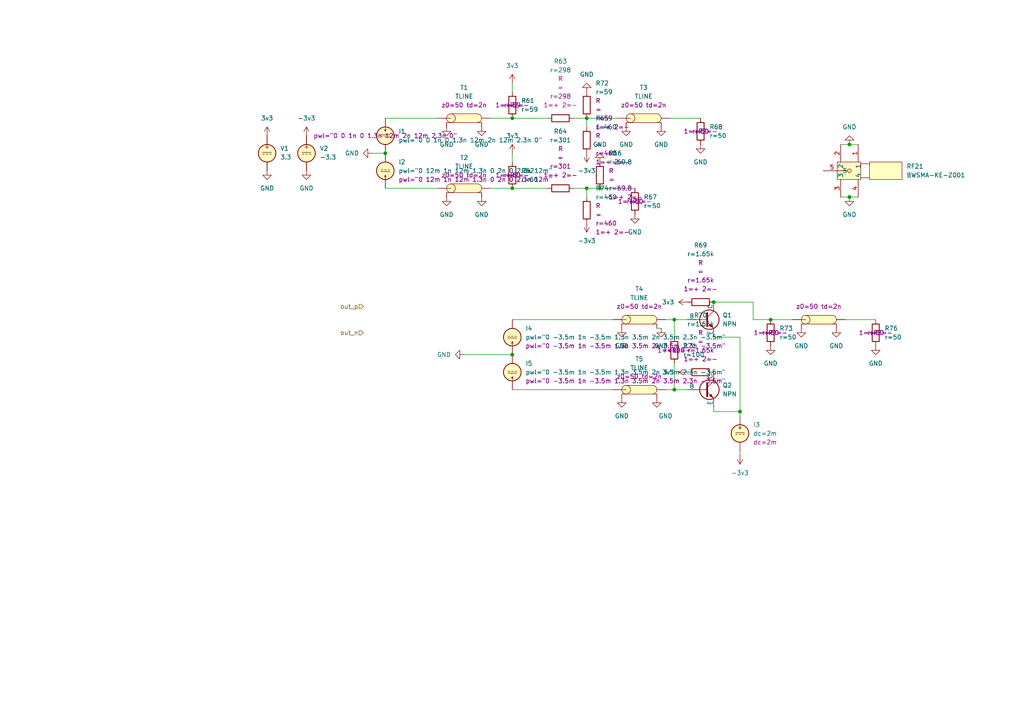
<source format=kicad_sch>
(kicad_sch (version 20250114) (generator "eeschema") (generator_version "9.0")
  (paper "A4")
  (lib_symbols
    (symbol "Device:R" (pin_numbers (hide yes)) (pin_names (offset 0))
      (property "Reference" "R" (at 2.032 0 90))
      (property "Value" "R" (at 0 0 90))
      (symbol "R_0_1"
        (rectangle (start -1.016 -2.54) (end 1.016 2.54) (stroke (width 0.254)))
      )
      (symbol "R_1_1"
        (pin passive line (at 0 3.81 270) (length 1.27) (name "~") (number "1"))
        (pin passive line (at 0 -3.81 90) (length 1.27) (name "~") (number "2"))
      )
    )
    (symbol "Simulation_SPICE:IDC" (pin_numbers (hide yes)) (pin_names (offset 0.0254))
      (property "Reference" "I" (at 2.54 2.54 0))
      (property "Value" "1" (at 2.54 0 0))
      (symbol "IDC_0_0"
        (polyline (pts (xy -1.27 0.254) (xy 1.27 0.254)))
        (polyline (pts (xy -0.762 -0.254) (xy -1.27 -0.254)))
        (polyline (pts (xy 0.254 -0.254) (xy -0.254 -0.254)))
        (polyline (pts (xy 1.27 -0.254) (xy 0.762 -0.254)))
      )
      (symbol "IDC_0_1"
        (polyline (pts (xy -0.254 1.778) (xy 0 1.27) (xy 0.254 1.778)))
        (polyline (pts (xy 0 1.27) (xy 0 2.286)))
        (circle (center 0 0) (radius 2.54) (stroke (width 0.254)) (fill (type background)))
      )
      (symbol "IDC_1_1"
        (pin passive line (at 0 5.08 270) (length 2.54) (name "~") (number "1"))
        (pin passive line (at 0 -5.08 90) (length 2.54) (name "~") (number "2"))
      )
    )
    (symbol "Simulation_SPICE:NPN" (pin_numbers (hide yes)) (pin_names (offset 0))
      (property "Reference" "Q" (at -2.54 7.62 0))
      (property "Value" "NPN" (at -2.54 5.08 0))
      (symbol "NPN_0_1"
        (polyline (pts (xy -2.54 0) (xy 0.635 0)) (stroke (width 0.1524)))
        (polyline (pts (xy 0.635 1.905) (xy 0.635 -1.905) (xy 0.635 -1.905)) (stroke (width 0.508)))
        (polyline (pts (xy 0.635 0.635) (xy 2.54 2.54)))
        (polyline (pts (xy 0.635 -0.635) (xy 2.54 -2.54) (xy 2.54 -2.54)))
        (circle (center 1.27 0) (radius 2.8194) (stroke (width 0.254)))
        (polyline (pts (xy 1.27 -1.778) (xy 1.778 -1.27) (xy 2.286 -2.286) (xy 1.27 -1.778) (xy 1.27 -1.778)) (fill (type outline)))
        (polyline (pts (xy 2.794 -1.27) (xy 2.794 -1.27)) (stroke (width 0.1524)))
        (polyline (pts (xy 2.794 -1.27) (xy 2.794 -1.27)) (stroke (width 0.1524)))
      )
      (symbol "NPN_1_1"
        (pin input line (at -5.08 0 0) (length 2.54) (name "B") (number "2"))
        (pin open_collector line (at 2.54 5.08 270) (length 2.54) (name "C") (number "1"))
        (pin open_emitter line (at 2.54 -5.08 90) (length 2.54) (name "E") (number "3"))
      )
    )
    (symbol "Simulation_SPICE:TLINE" (pin_numbers (hide yes)) (in_bom no) (on_board no)
      (property "Reference" "T" (at 0 7.62 0))
      (property "Value" "TLINE" (at 0 5.08 0))
      (property "Sim.Params" "z0=50 td=10n" (at 0 2.54 0))
      (symbol "TLINE_0_1"
        (polyline (pts (xy -5.08 -1.27) (xy 3.81 -1.27)))
        (rectangle (start -3.81 1.27) (end 3.81 -1.27) (stroke (width -0.0001)) (fill (type background)))
        (polyline (pts (xy -3.81 1.27) (xy 3.81 1.27)))
        (circle (center -3.81 0) (radius 1.27))
        (circle (center -3.81 0) (radius 1.27) (stroke (width -0.0001)) (fill (type background)))
        (polyline (pts (xy -3.81 0) (xy -5.08 0)))
        (circle (center 3.81 0) (radius 1.27) (stroke (width -0.0001)) (fill (type background)))
        (arc (start 3.8776 1.27) (mid 5.0818 0) (end 3.8776 -1.27))
        (polyline (pts (xy 5.08 -1.27) (xy 3.81 -1.27)))
      )
      (symbol "TLINE_1_1"
        (pin passive line (at -7.62 0 0) (length 2.54) (name "") (number "1"))
        (pin passive line (at -5.08 -2.54 90) (length 1.27) (name "") (number "2"))
        (pin passive line (at 5.08 -2.54 90) (length 1.27) (name "") (number "4"))
        (pin passive line (at 7.62 0 180) (length 2.54) (name "") (number "3"))
      )
    )
    (symbol "Simulation_SPICE:VDC" (pin_numbers (hide yes)) (pin_names (offset 0.0254))
      (property "Reference" "V" (at 2.54 2.54 0))
      (property "Value" "1" (at 2.54 0 0))
      (symbol "VDC_0_0"
        (polyline (pts (xy -1.27 0.254) (xy 1.27 0.254)))
        (polyline (pts (xy -0.762 -0.254) (xy -1.27 -0.254)))
        (polyline (pts (xy 0.254 -0.254) (xy -0.254 -0.254)))
        (polyline (pts (xy 1.27 -0.254) (xy 0.762 -0.254)))
        (text "+" (at 0 1.905 0) (effects (font (size 1.27 1.27))))
      )
      (symbol "VDC_0_1"
        (circle (center 0 0) (radius 2.54) (stroke (width 0.254)) (fill (type background)))
      )
      (symbol "VDC_1_1"
        (pin passive line (at 0 5.08 270) (length 2.54) (name "~") (number "1"))
        (pin passive line (at 0 -5.08 90) (length 2.54) (name "~") (number "2"))
      )
    )
    (symbol "easyeda2kicad:BWSMA-KE-Z001"
      (property "Reference" "RF" (at 0 12.7 0))
      (property "Value" "BWSMA-KE-Z001" (at 0 -12.7 0))
      (symbol "BWSMA-KE-Z001_0_1"
        (rectangle (start -12.7 2.54) (end -3.3 -2.54) (fill (type background)))
        (polyline (pts (xy -3.3 2.03) (xy -0.76 2.03)))
        (polyline (pts (xy -3.3 -2.03) (xy -0.76 -2.03)))
        (rectangle (start -0.76 2.54) (end 6.1 -2.54) (fill (type background)))
        (circle (center 2.54 0) (radius 0.51))
        (polyline (pts (xy 3.05 0) (xy 5.08 0)))
        (pin unspecified line (at 0 7.62 270) (length 5.08) (name "1") (number "1"))
        (pin unspecified line (at 0 -7.62 90) (length 5.08) (name "4") (number "4"))
        (pin unspecified line (at 5.08 7.62 270) (length 5.08) (name "2") (number "2"))
        (pin unspecified line (at 5.08 -7.62 90) (length 5.08) (name "3") (number "3"))
        (pin unspecified line (at 10.16 0 180) (length 5.08) (name "5") (number "5"))
      )
    )
    (symbol "power:GND" (power) (pin_numbers (hide yes)) (pin_names (offset 0) (hide yes))
      (property "Value" "GND" (at 0 -3.81 0))
      (symbol "GND_0_1"
        (polyline (pts (xy 0 0) (xy 0 -1.27) (xy 1.27 -1.27) (xy 0 -2.54) (xy -1.27 -1.27) (xy 0 -1.27)))
      )
      (symbol "GND_1_1"
        (pin power_in line (at 0 0 270) (length 0) (name "~") (number "1"))
      )
    )
    (symbol "power:VDC" (power) (pin_numbers (hide yes)) (pin_names (offset 0) (hide yes))
      (property "Value" "VDC" (at 0 3.556 0))
      (symbol "VDC_0_1"
        (polyline (pts (xy -0.762 1.27) (xy 0 2.54)))
        (polyline (pts (xy 0 2.54) (xy 0.762 1.27)))
        (polyline (pts (xy 0 0) (xy 0 2.54)))
      )
      (symbol "VDC_1_1"
        (pin power_in line (at 0 0 90) (length 0) (name "~") (number "1"))
      )
    )
  )
  (junction (at 148.59 54.61))
  (junction (at 195.58 92.71))
  (junction (at 111.76 44.45))
  (junction (at 170.18 34.29))
  (junction (at 148.59 102.87))
  (junction (at 173.99 54.61))
  (junction (at 214.63 119.38))
  (junction (at 223.52 92.71))
  (junction (at 195.58 113.03))
  (junction (at 207.01 87.63))
  (junction (at 170.18 54.61))
  (junction (at 246.38 41.91))
  (junction (at 148.59 34.29))
  (junction (at 246.38 57.15))
  (wire (pts (xy 195.58 97.79) (xy 195.58 92.71)))
  (wire (pts (xy 246.38 57.15) (xy 243.84 57.15)))
  (wire (pts (xy 193.04 113.03) (xy 195.58 113.03)))
  (wire (pts (xy 191.77 95.25) (xy 190.5 95.25)))
  (wire (pts (xy 207.01 97.79) (xy 214.63 97.79)))
  (wire (pts (xy 111.76 54.61) (xy 127 54.61)))
  (wire (pts (xy 229.87 92.71) (xy 223.52 92.71)))
  (wire (pts (xy 148.59 44.45) (xy 148.59 46.99)))
  (wire (pts (xy 223.52 92.71) (xy 218.44 92.71)))
  (wire (pts (xy 218.44 87.63) (xy 207.01 87.63)))
  (wire (pts (xy 195.58 105.41) (xy 195.58 113.03)))
  (wire (pts (xy 214.63 97.79) (xy 214.63 119.38)))
  (wire (pts (xy 248.92 57.15) (xy 246.38 57.15)))
  (wire (pts (xy 195.58 92.71) (xy 199.39 92.71)))
  (wire (pts (xy 214.63 130.81) (xy 214.63 132.08)))
  (wire (pts (xy 158.75 54.61) (xy 148.59 54.61)))
  (wire (pts (xy 166.37 54.61) (xy 170.18 54.61)))
  (wire (pts (xy 158.75 34.29) (xy 148.59 34.29)))
  (wire (pts (xy 246.38 41.91) (xy 248.92 41.91)))
  (wire (pts (xy 166.37 34.29) (xy 170.18 34.29)))
  (wire (pts (xy 245.11 92.71) (xy 254 92.71)))
  (wire (pts (xy 207.01 119.38) (xy 207.01 118.11)))
  (wire (pts (xy 243.84 41.91) (xy 246.38 41.91)))
  (wire (pts (xy 142.24 54.61) (xy 148.59 54.61)))
  (wire (pts (xy 214.63 120.65) (xy 214.63 119.38)))
  (wire (pts (xy 111.76 34.29) (xy 127 34.29)))
  (wire (pts (xy 134.62 102.87) (xy 148.59 102.87)))
  (wire (pts (xy 218.44 92.71) (xy 218.44 87.63)))
  (wire (pts (xy 148.59 24.13) (xy 148.59 26.67)))
  (wire (pts (xy 148.59 92.71) (xy 177.8 92.71)))
  (wire (pts (xy 170.18 34.29) (xy 179.07 34.29)))
  (wire (pts (xy 207.01 119.38) (xy 214.63 119.38)))
  (wire (pts (xy 142.24 34.29) (xy 148.59 34.29)))
  (wire (pts (xy 148.59 113.03) (xy 177.8 113.03)))
  (wire (pts (xy 170.18 34.29) (xy 170.18 36.83)))
  (wire (pts (xy 173.99 54.61) (xy 184.15 54.61)))
  (wire (pts (xy 170.18 54.61) (xy 170.18 57.15)))
  (wire (pts (xy 193.04 92.71) (xy 195.58 92.71)))
  (wire (pts (xy 107.95 44.45) (xy 111.76 44.45)))
  (wire (pts (xy 194.31 34.29) (xy 203.2 34.29)))
  (wire (pts (xy 195.58 113.03) (xy 199.39 113.03)))
  (wire (pts (xy 173.99 54.61) (xy 170.18 54.61)))
  (hierarchical_label "out_p" (shape input) (at 105.41 88.9 180))
  (hierarchical_label "out_n" (shape input) (at 105.41 96.52 180))
  (symbol (lib_id "power:GND") (at 254 100.33 0) (unit 1) (exclude_from_sim yes)
    (property "Reference" "#PWR0162" (effects (hide yes)))
    (property "Value" "GND" (at 254 105.41 0))
    (property "Description" "Power symbol creates a global label with name \"GND\" , ground" (effects (hide yes)))
  )
  (symbol (lib_id "Device:R") (at 173.99 50.8 180) (unit 1)
    (property "Reference" "R66" (at 176.53 44.4499 0) (effects (justify right)))
    (property "Value" "${SIM.PARAMS}" (at 176.53 46.9899 0) (effects (justify right)))
    (property "Description" "Resistor" (effects (hide yes)))
    (property "Sim.Device" "R" (at 176.53 49.5299 0) (effects (justify right)))
    (property "Sim.Type" "=" (at 176.53 52.0699 0) (effects (justify right)))
    (property "Sim.Params" "r=69.8" (at 176.53 54.6099 0) (effects (justify right)))
    (property "Sim.Pins" "1=+ 2=-" (at 176.53 57.1499 0) (effects (justify right)))
  )
  (symbol (lib_id "power:GND") (at 129.54 57.15 0) (unit 1)
    (property "Reference" "#PWR0137" (effects (hide yes)))
    (property "Value" "GND" (at 129.54 62.23 0))
    (property "Description" "Power symbol creates a global label with name \"GND\" , ground" (effects (hide yes)))
  )
  (symbol (lib_id "power:GND") (at 191.77 95.25 0) (unit 1) (exclude_from_sim yes)
    (property "Reference" "#PWR0153" (effects (hide yes)))
    (property "Value" "GND" (at 191.77 100.33 0))
    (property "Description" "Power symbol creates a global label with name \"GND\" , ground" (effects (hide yes)))
  )
  (symbol (lib_id "power:VDC") (at 77.47 39.37 0) (unit 1)
    (property "Reference" "#PWR0131" (effects (hide yes)))
    (property "Value" "3v3" (at 77.47 34.29 0))
    (property "Description" "Power symbol creates a global label with name \"VDC\"" (effects (hide yes)))
  )
  (symbol (lib_id "power:VDC") (at 199.39 107.95 90) (unit 1) (exclude_from_sim yes)
    (property "Reference" "#PWR0156" (effects (hide yes)))
    (property "Value" "3v3" (at 195.58 107.9499 90) (effects (justify left)))
    (property "Description" "Power symbol creates a global label with name \"VDC\"" (effects (hide yes)))
  )
  (symbol (lib_id "Simulation_SPICE:VDC") (at 88.9 44.45 0) (unit 1)
    (property "Reference" "V2" (at 92.71 43.0501 0) (effects (justify left)))
    (property "Value" "-3.3" (at 92.71 45.5901 0) (effects (justify left)))
    (property "Datasheet" "https://ngspice.sourceforge.io/docs/ngspice-html-manual/manual.xhtml#sec_Independent_Sources_for" (effects (hide yes)))
    (property "Description" "Voltage source, DC" (effects (hide yes)))
    (property "Sim.Pins" "1=+ 2=-" (effects (hide yes)))
    (property "Sim.Type" "DC" (effects (hide yes)))
    (property "Sim.Device" "V" (effects (hide yes)))
  )
  (symbol (lib_id "power:GND") (at 129.54 36.83 0) (unit 1)
    (property "Reference" "#PWR0136" (effects (hide yes)))
    (property "Value" "GND" (at 129.54 41.91 0))
    (property "Description" "Power symbol creates a global label with name \"GND\" , ground" (effects (hide yes)))
  )
  (symbol (lib_id "Device:R") (at 223.52 96.52 0) (unit 1) (exclude_from_sim yes)
    (property "Reference" "R73" (at 226.06 95.2499 0) (effects (justify left)))
    (property "Value" "${SIM.PARAMS}" (at 226.06 97.7899 0) (effects (justify left)))
    (property "Description" "Resistor" (effects (hide yes)))
    (property "Sim.Device" "R" (at 223.52 96.52 0))
    (property "Sim.Type" "=" (at 223.52 96.52 0))
    (property "Sim.Params" "r=50" (at 223.52 96.52 0))
    (property "Sim.Pins" "1=+ 2=-" (at 223.52 96.52 0))
  )
  (symbol (lib_id "power:VDC") (at 199.39 87.63 90) (unit 1) (exclude_from_sim yes)
    (property "Reference" "#PWR0155" (effects (hide yes)))
    (property "Value" "3v3" (at 195.58 87.6299 90) (effects (justify left)))
    (property "Description" "Power symbol creates a global label with name \"VDC\"" (effects (hide yes)))
  )
  (symbol (lib_id "power:VDC") (at 148.59 44.45 0) (unit 1)
    (property "Reference" "#PWR0141" (effects (hide yes)))
    (property "Value" "3v3" (at 148.59 39.37 0))
    (property "Description" "Power symbol creates a global label with name \"VDC\"" (effects (hide yes)))
  )
  (symbol (lib_id "power:VDC") (at 148.59 24.13 0) (unit 1)
    (property "Reference" "#PWR0140" (effects (hide yes)))
    (property "Value" "3v3" (at 148.59 19.05 0))
    (property "Description" "Power symbol creates a global label with name \"VDC\"" (effects (hide yes)))
  )
  (symbol (lib_id "power:GND") (at 184.15 62.23 0) (unit 1)
    (property "Reference" "#PWR0145" (effects (hide yes)))
    (property "Value" "GND" (at 184.15 67.31 0))
    (property "Description" "Power symbol creates a global label with name \"GND\" , ground" (effects (hide yes)))
  )
  (symbol (lib_id "power:GND") (at 88.9 49.53 0) (unit 1)
    (property "Reference" "#PWR0134" (effects (hide yes)))
    (property "Value" "GND" (at 88.9 54.61 0))
    (property "Description" "Power symbol creates a global label with name \"GND\" , ground" (effects (hide yes)))
  )
  (symbol (lib_id "easyeda2kicad:BWSMA-KE-Z001") (at 248.92 49.53 0) (mirror y) (unit 1) (exclude_from_sim yes)
    (property "Reference" "RF21" (at 262.89 48.2599 0) (effects (justify right)))
    (property "Value" "BWSMA-KE-Z001" (at 262.89 50.7999 0) (effects (justify right)))
    (property "Footprint" "easyeda2kicad:SMA-TH_BWSMA-KE-Z001" (effects (hide yes)))
    (property "Datasheet" "https://lcsc.com/product-detail/New-Arrivals_BAT-WIRELESS-BWSMA-KE-Z001_C496549.html" (effects (hide yes)))
    (property "LCSC Part" "C496549" (effects (hide yes)))
  )
  (symbol (lib_id "power:GND") (at 173.99 46.99 180) (unit 1)
    (property "Reference" "#PWR0160" (effects (hide yes)))
    (property "Value" "GND" (at 173.99 41.91 0))
    (property "Description" "Power symbol creates a global label with name \"GND\" , ground" (effects (hide yes)))
  )
  (symbol (lib_id "power:GND") (at 242.57 95.25 0) (unit 1) (exclude_from_sim yes)
    (property "Reference" "#PWR0161" (effects (hide yes)))
    (property "Value" "GND" (at 242.57 100.33 0))
    (property "Description" "Power symbol creates a global label with name \"GND\" , ground" (effects (hide yes)))
  )
  (symbol (lib_id "Device:R") (at 148.59 50.8 0) (unit 1)
    (property "Reference" "R62" (at 151.13 49.5299 0) (effects (justify left)))
    (property "Value" "${SIM.PARAMS}" (at 151.13 52.0699 0) (effects (justify left)))
    (property "Description" "Resistor" (effects (hide yes)))
    (property "Sim.Device" "R" (at 148.59 50.8 0))
    (property "Sim.Type" "=" (at 148.59 50.8 0))
    (property "Sim.Params" "r=60" (at 148.59 50.8 0))
    (property "Sim.Pins" "1=+ 2=-" (at 148.59 50.8 0))
  )
  (symbol (lib_id "Device:R") (at 195.58 101.6 0) (unit 1) (exclude_from_sim yes)
    (property "Reference" "R71" (at 198.12 100.3299 0) (effects (justify left)))
    (property "Value" "${SIM.PARAMS}" (at 198.12 102.8699 0) (effects (justify left)))
    (property "Description" "Resistor" (effects (hide yes)))
    (property "Sim.Device" "R" (at 195.58 101.6 0))
    (property "Sim.Type" "=" (at 195.58 101.6 0))
    (property "Sim.Params" "r=100" (at 195.58 101.6 0))
    (property "Sim.Pins" "1=+ 2=-" (at 195.58 101.6 0))
  )
  (symbol (lib_id "Device:R") (at 203.2 38.1 0) (unit 1)
    (property "Reference" "R68" (at 205.74 36.8299 0) (effects (justify left)))
    (property "Value" "${SIM.PARAMS}" (at 205.74 39.3699 0) (effects (justify left)))
    (property "Description" "Resistor" (effects (hide yes)))
    (property "Sim.Device" "R" (at 203.2 38.1 0))
    (property "Sim.Type" "=" (at 203.2 38.1 0))
    (property "Sim.Params" "r=50" (at 203.2 38.1 0))
    (property "Sim.Pins" "1=+ 2=-" (at 203.2 38.1 0))
  )
  (symbol (lib_id "power:VDC") (at 214.63 132.08 180) (unit 1) (exclude_from_sim yes)
    (property "Reference" "#PWR0158" (effects (hide yes)))
    (property "Value" "-3v3" (at 214.63 137.16 0))
    (property "Description" "Power symbol creates a global label with name \"VDC\"" (effects (hide yes)))
  )
  (symbol (lib_id "Simulation_SPICE:TLINE") (at 185.42 92.71 0) (unit 1) (exclude_from_sim yes) (in_bom no) (on_board no)
    (property "Reference" "T4" (at 185.4209 83.82 0))
    (property "Value" "TLINE" (at 185.4209 86.36 0))
    (property "Datasheet" "https://ngspice.sourceforge.io/docs/ngspice-html-manual/manual.xhtml#sec_Lossless_Transmission_Lines" (effects (hide yes)))
    (property "Description" "Lossless transmission line, for simulation only" (effects (hide yes)))
    (property "Sim.Device" "TLINE" (effects (hide yes)))
    (property "Sim.Pins" "1=1+ 2=1- 3=2+ 4=2-" (effects (hide yes)))
    (property "Sim.Params" "z0=50 td=2n" (at 185.4209 88.9 0))
  )
  (symbol (lib_id "power:GND") (at 181.61 36.83 0) (unit 1)
    (property "Reference" "#PWR0144" (effects (hide yes)))
    (property "Value" "GND" (at 181.61 41.91 0))
    (property "Description" "Power symbol creates a global label with name \"GND\" , ground" (effects (hide yes)))
  )
  (symbol (lib_id "Simulation_SPICE:TLINE") (at 134.62 34.29 0) (unit 1) (in_bom no) (on_board no)
    (property "Reference" "T1" (at 134.6209 25.4 0))
    (property "Value" "TLINE" (at 134.6209 27.94 0))
    (property "Datasheet" "https://ngspice.sourceforge.io/docs/ngspice-html-manual/manual.xhtml#sec_Lossless_Transmission_Lines" (effects (hide yes)))
    (property "Description" "Lossless transmission line, for simulation only" (effects (hide yes)))
    (property "Sim.Device" "TLINE" (effects (hide yes)))
    (property "Sim.Pins" "1=1+ 2=1- 3=2+ 4=2-" (effects (hide yes)))
    (property "Sim.Params" "z0=50 td=2n" (at 134.6209 30.48 0))
  )
  (symbol (lib_id "power:GND") (at 77.47 49.53 0) (unit 1)
    (property "Reference" "#PWR0132" (effects (hide yes)))
    (property "Value" "GND" (at 77.47 54.61 0))
    (property "Description" "Power symbol creates a global label with name \"GND\" , ground" (effects (hide yes)))
  )
  (symbol (lib_id "Device:R") (at 184.15 58.42 0) (unit 1)
    (property "Reference" "R67" (at 186.69 57.1499 0) (effects (justify left)))
    (property "Value" "${SIM.PARAMS}" (at 186.69 59.6899 0) (effects (justify left)))
    (property "Description" "Resistor" (effects (hide yes)))
    (property "Sim.Device" "R" (at 184.15 58.42 0))
    (property "Sim.Type" "=" (at 184.15 58.42 0))
    (property "Sim.Params" "r=50" (at 184.15 58.42 0))
    (property "Sim.Pins" "1=+ 2=-" (at 184.15 58.42 0))
  )
  (symbol (lib_id "Simulation_SPICE:IDC") (at 111.76 49.53 180) (unit 1)
    (property "Reference" "I2" (at 115.57 46.9899 0) (effects (justify right)))
    (property "Value" "${SIM.PARAMS}" (at 115.57 49.5299 0) (effects (justify right)))
    (property "Datasheet" "https://ngspice.sourceforge.io/docs/ngspice-html-manual/manual.xhtml#sec_Independent_Sources_for" (effects (hide yes)))
    (property "Description" "Current source, DC" (effects (hide yes)))
    (property "Sim.Pins" "1=+ 2=-" (effects (hide yes)))
    (property "Sim.Type" "PWL" (effects (hide yes)))
    (property "Sim.Device" "I" (effects (hide yes)))
    (property "Sim.Params" "pwl=\"0 12m 1n 12m 1.3n 0 2n 0 2.3n 12m\"" (at 115.57 52.0699 0) (effects (justify right)))
  )
  (symbol (lib_id "Simulation_SPICE:IDC") (at 148.59 97.79 180) (unit 1) (exclude_from_sim yes)
    (property "Reference" "I4" (at 152.4 95.2499 0) (effects (justify right)))
    (property "Value" "${SIM.PARAMS}" (at 152.4 97.7899 0) (effects (justify right)))
    (property "Datasheet" "https://ngspice.sourceforge.io/docs/ngspice-html-manual/manual.xhtml#sec_Independent_Sources_for" (effects (hide yes)))
    (property "Description" "Current source, DC" (effects (hide yes)))
    (property "Sim.Pins" "1=+ 2=-" (effects (hide yes)))
    (property "Sim.Type" "PWL" (effects (hide yes)))
    (property "Sim.Device" "I" (effects (hide yes)))
    (property "Sim.Params" "pwl=\"0 -3.5m 1n -3.5m 1.3n 3.5m 2n 3.5m 2.3n -3.5m\"" (at 152.4 100.3299 0) (effects (justify right)))
  )
  (symbol (lib_id "power:GND") (at 232.41 95.25 0) (unit 1) (exclude_from_sim yes)
    (property "Reference" "#PWR0157" (effects (hide yes)))
    (property "Value" "GND" (at 232.41 100.33 0))
    (property "Description" "Power symbol creates a global label with name \"GND\" , ground" (effects (hide yes)))
  )
  (symbol (lib_id "Device:R") (at 203.2 87.63 270) (unit 1) (exclude_from_sim yes)
    (property "Reference" "R69" (at 203.2 71.12 90))
    (property "Value" "${SIM.PARAMS}" (at 203.2 73.66 90))
    (property "Description" "Resistor" (effects (hide yes)))
    (property "Sim.Device" "R" (at 203.2 76.2 90))
    (property "Sim.Type" "=" (at 203.2 78.74 90))
    (property "Sim.Params" "r=1.65k" (at 203.2 81.28 90))
    (property "Sim.Pins" "1=+ 2=-" (at 203.2 83.82 90))
  )
  (symbol (lib_id "Simulation_SPICE:NPN") (at 204.47 113.03 0) (unit 1) (exclude_from_sim yes)
    (property "Reference" "Q2" (at 209.55 111.7599 0) (effects (justify left)))
    (property "Value" "NPN" (at 209.55 114.2999 0) (effects (justify left)))
    (property "Datasheet" "https://ngspice.sourceforge.io/docs/ngspice-html-manual/manual.xhtml#cha_BJTs" (effects (hide yes)))
    (property "Description" "Bipolar transistor symbol for simulation only, substrate tied to the emitter" (effects (hide yes)))
    (property "Sim.Device" "SUBCKT" (effects (hide yes)))
    (property "Sim.Pins" "1=1 2=2 3=3" (effects (hide yes)))
    (property "Sim.Library" "/home/zoomingguy2/Downloads/infineon-rftransistor-spice.lib-simulationmodels-en.lib" (effects (hide yes)))
    (property "Sim.Name" "BFP740" (effects (hide yes)))
  )
  (symbol (lib_id "Simulation_SPICE:VDC") (at 77.47 44.45 0) (unit 1)
    (property "Reference" "V1" (at 81.28 43.0501 0) (effects (justify left)))
    (property "Value" "3.3" (at 81.28 45.5901 0) (effects (justify left)))
    (property "Datasheet" "https://ngspice.sourceforge.io/docs/ngspice-html-manual/manual.xhtml#sec_Independent_Sources_for" (effects (hide yes)))
    (property "Description" "Voltage source, DC" (effects (hide yes)))
    (property "Sim.Pins" "1=+ 2=-" (effects (hide yes)))
    (property "Sim.Type" "DC" (effects (hide yes)))
    (property "Sim.Device" "V" (effects (hide yes)))
  )
  (symbol (lib_id "power:VDC") (at 88.9 39.37 0) (unit 1)
    (property "Reference" "#PWR0133" (effects (hide yes)))
    (property "Value" "-3v3" (at 88.9 34.29 0))
    (property "Description" "Power symbol creates a global label with name \"VDC\"" (effects (hide yes)))
  )
  (symbol (lib_id "Device:R") (at 170.18 60.96 180) (unit 1)
    (property "Reference" "R74" (at 172.72 54.6099 0) (effects (justify right)))
    (property "Value" "${SIM.PARAMS}" (at 172.72 57.1499 0) (effects (justify right)))
    (property "Description" "Resistor" (effects (hide yes)))
    (property "Sim.Device" "R" (at 172.72 59.6899 0) (effects (justify right)))
    (property "Sim.Type" "=" (at 172.72 62.2299 0) (effects (justify right)))
    (property "Sim.Params" "r=460" (at 172.72 64.7699 0) (effects (justify right)))
    (property "Sim.Pins" "1=+ 2=-" (at 172.72 67.3099 0) (effects (justify right)))
  )
  (symbol (lib_id "power:VDC") (at 170.18 64.77 180) (unit 1)
    (property "Reference" "#PWR0143" (effects (hide yes)))
    (property "Value" "-3v3" (at 170.18 69.85 0))
    (property "Description" "Power symbol creates a global label with name \"VDC\"" (effects (hide yes)))
  )
  (symbol (lib_id "Device:R") (at 170.18 40.64 180) (unit 1)
    (property "Reference" "R65" (at 172.72 34.2899 0) (effects (justify right)))
    (property "Value" "${SIM.PARAMS}" (at 172.72 36.8299 0) (effects (justify right)))
    (property "Description" "Resistor" (effects (hide yes)))
    (property "Sim.Device" "R" (at 172.72 39.3699 0) (effects (justify right)))
    (property "Sim.Type" "=" (at 172.72 41.9099 0) (effects (justify right)))
    (property "Sim.Params" "r=460" (at 172.72 44.4499 0) (effects (justify right)))
    (property "Sim.Pins" "1=+ 2=-" (at 172.72 46.9899 0) (effects (justify right)))
  )
  (symbol (lib_id "Simulation_SPICE:IDC") (at 214.63 125.73 0) (unit 1) (exclude_from_sim yes)
    (property "Reference" "I3" (at 218.44 123.1899 0) (effects (justify left)))
    (property "Value" "${SIM.PARAMS}" (at 218.44 125.7299 0) (effects (justify left)))
    (property "Datasheet" "https://ngspice.sourceforge.io/docs/ngspice-html-manual/manual.xhtml#sec_Independent_Sources_for" (effects (hide yes)))
    (property "Description" "Current source, DC" (effects (hide yes)))
    (property "Sim.Pins" "1=+ 2=-" (effects (hide yes)))
    (property "Sim.Type" "DC" (effects (hide yes)))
    (property "Sim.Device" "I" (effects (hide yes)))
    (property "Sim.Params" "dc=2m" (at 218.44 128.2699 0) (effects (justify left)))
  )
  (symbol (lib_id "Simulation_SPICE:NPN") (at 204.47 92.71 0) (unit 1) (exclude_from_sim yes)
    (property "Reference" "Q1" (at 209.55 91.4399 0) (effects (justify left)))
    (property "Value" "NPN" (at 209.55 93.9799 0) (effects (justify left)))
    (property "Datasheet" "https://ngspice.sourceforge.io/docs/ngspice-html-manual/manual.xhtml#cha_BJTs" (effects (hide yes)))
    (property "Description" "Bipolar transistor symbol for simulation only, substrate tied to the emitter" (effects (hide yes)))
    (property "Sim.Device" "SUBCKT" (effects (hide yes)))
    (property "Sim.Pins" "1=1 2=2 3=3" (effects (hide yes)))
    (property "Sim.Library" "/home/zoomingguy2/Downloads/infineon-rftransistor-spice.lib-simulationmodels-en.lib" (effects (hide yes)))
    (property "Sim.Name" "BFP740" (effects (hide yes)))
  )
  (symbol (lib_id "power:GND") (at 107.95 44.45 270) (unit 1)
    (property "Reference" "#PWR0135" (effects (hide yes)))
    (property "Value" "GND" (at 104.14 44.4499 90) (effects (justify right)))
    (property "Description" "Power symbol creates a global label with name \"GND\" , ground" (effects (hide yes)))
  )
  (symbol (lib_id "Device:R") (at 254 96.52 0) (unit 1) (exclude_from_sim yes)
    (property "Reference" "R76" (at 256.54 95.2499 0) (effects (justify left)))
    (property "Value" "${SIM.PARAMS}" (at 256.54 97.7899 0) (effects (justify left)))
    (property "Description" "Resistor" (effects (hide yes)))
    (property "Sim.Device" "R" (at 254 96.52 0))
    (property "Sim.Type" "=" (at 254 96.52 0))
    (property "Sim.Params" "r=50" (at 254 96.52 0))
    (property "Sim.Pins" "1=+ 2=-" (at 254 96.52 0))
  )
  (symbol (lib_id "power:VDC") (at 170.18 44.45 180) (unit 1)
    (property "Reference" "#PWR0142" (effects (hide yes)))
    (property "Value" "-3v3" (at 170.18 49.53 0))
    (property "Description" "Power symbol creates a global label with name \"VDC\"" (effects (hide yes)))
  )
  (symbol (lib_id "power:GND") (at 170.18 26.67 180) (unit 1)
    (property "Reference" "#PWR0159" (effects (hide yes)))
    (property "Value" "GND" (at 170.18 21.59 0))
    (property "Description" "Power symbol creates a global label with name \"GND\" , ground" (effects (hide yes)))
  )
  (symbol (lib_id "Device:R") (at 148.59 30.48 0) (unit 1)
    (property "Reference" "R61" (at 151.13 29.2099 0) (effects (justify left)))
    (property "Value" "${SIM.PARAMS}" (at 151.13 31.7499 0) (effects (justify left)))
    (property "Description" "Resistor" (effects (hide yes)))
    (property "Sim.Device" "R" (at 148.59 30.48 0))
    (property "Sim.Type" "=" (at 148.59 30.48 0))
    (property "Sim.Params" "r=59" (at 148.59 30.48 0))
    (property "Sim.Pins" "1=+ 2=-" (at 148.59 30.48 0))
  )
  (symbol (lib_id "power:GND") (at 139.7 36.83 0) (unit 1)
    (property "Reference" "#PWR0138" (effects (hide yes)))
    (property "Value" "GND" (at 139.7 41.91 0))
    (property "Description" "Power symbol creates a global label with name \"GND\" , ground" (effects (hide yes)))
  )
  (symbol (lib_id "Device:R") (at 203.2 107.95 270) (unit 1) (exclude_from_sim yes)
    (property "Reference" "R70" (at 203.2 91.44 90))
    (property "Value" "${SIM.PARAMS}" (at 203.2 93.98 90))
    (property "Description" "Resistor" (effects (hide yes)))
    (property "Sim.Device" "R" (at 203.2 96.52 90))
    (property "Sim.Type" "=" (at 203.2 99.06 90))
    (property "Sim.Params" "r=1.65k" (at 203.2 101.6 90))
    (property "Sim.Pins" "1=+ 2=-" (at 203.2 104.14 90))
  )
  (symbol (lib_id "power:GND") (at 190.5 115.57 0) (unit 1) (exclude_from_sim yes)
    (property "Reference" "#PWR0154" (effects (hide yes)))
    (property "Value" "GND" (at 193.04 120.65 0))
    (property "Description" "Power symbol creates a global label with name \"GND\" , ground" (effects (hide yes)))
  )
  (symbol (lib_id "power:GND") (at 191.77 36.83 0) (unit 1)
    (property "Reference" "#PWR0148" (effects (hide yes)))
    (property "Value" "GND" (at 191.77 41.91 0))
    (property "Description" "Power symbol creates a global label with name \"GND\" , ground" (effects (hide yes)))
  )
  (symbol (lib_id "power:GND") (at 180.34 95.25 0) (unit 1) (exclude_from_sim yes)
    (property "Reference" "#PWR0151" (effects (hide yes)))
    (property "Value" "GND" (at 180.34 100.33 0))
    (property "Description" "Power symbol creates a global label with name \"GND\" , ground" (effects (hide yes)))
  )
  (symbol (lib_id "Device:R") (at 162.56 54.61 90) (unit 1)
    (property "Reference" "R64" (at 162.56 38.1 90))
    (property "Value" "${SIM.PARAMS}" (at 162.56 40.64 90))
    (property "Description" "Resistor" (effects (hide yes)))
    (property "Sim.Device" "R" (at 162.56 43.18 90))
    (property "Sim.Type" "=" (at 162.56 45.72 90))
    (property "Sim.Params" "r=301" (at 162.56 48.26 90))
    (property "Sim.Pins" "1=+ 2=-" (at 162.56 50.8 90))
  )
  (symbol (lib_id "Simulation_SPICE:TLINE") (at 237.49 92.71 0) (unit 1) (exclude_from_sim yes) (in_bom no) (on_board no)
    (property "Reference" "T6" (effects (hide yes)))
    (property "Value" "TLINE" (effects (hide yes)))
    (property "Datasheet" "https://ngspice.sourceforge.io/docs/ngspice-html-manual/manual.xhtml#sec_Lossless_Transmission_Lines" (effects (hide yes)))
    (property "Description" "Lossless transmission line, for simulation only" (effects (hide yes)))
    (property "Sim.Device" "TLINE" (effects (hide yes)))
    (property "Sim.Pins" "1=1+ 2=1- 3=2+ 4=2-" (effects (hide yes)))
    (property "Sim.Params" "z0=50 td=2n" (at 237.4909 88.9 0))
  )
  (symbol (lib_id "Simulation_SPICE:TLINE") (at 134.62 54.61 0) (unit 1) (in_bom no) (on_board no)
    (property "Reference" "T2" (at 134.6209 45.72 0))
    (property "Value" "TLINE" (at 134.6209 48.26 0))
    (property "Datasheet" "https://ngspice.sourceforge.io/docs/ngspice-html-manual/manual.xhtml#sec_Lossless_Transmission_Lines" (effects (hide yes)))
    (property "Description" "Lossless transmission line, for simulation only" (effects (hide yes)))
    (property "Sim.Device" "TLINE" (effects (hide yes)))
    (property "Sim.Pins" "1=1+ 2=1- 3=2+ 4=2-" (effects (hide yes)))
    (property "Sim.Params" "z0=50 td=2n" (at 134.6209 50.8 0))
  )
  (symbol (lib_id "power:GND") (at 203.2 41.91 0) (unit 1)
    (property "Reference" "#PWR0149" (effects (hide yes)))
    (property "Value" "GND" (at 203.2 46.99 0))
    (property "Description" "Power symbol creates a global label with name \"GND\" , ground" (effects (hide yes)))
  )
  (symbol (lib_id "Simulation_SPICE:TLINE") (at 185.42 113.03 0) (unit 1) (exclude_from_sim yes) (in_bom no) (on_board no)
    (property "Reference" "T5" (at 185.4209 104.14 0))
    (property "Value" "TLINE" (at 185.4209 106.68 0))
    (property "Datasheet" "https://ngspice.sourceforge.io/docs/ngspice-html-manual/manual.xhtml#sec_Lossless_Transmission_Lines" (effects (hide yes)))
    (property "Description" "Lossless transmission line, for simulation only" (effects (hide yes)))
    (property "Sim.Device" "TLINE" (effects (hide yes)))
    (property "Sim.Pins" "1=1+ 2=1- 3=2+ 4=2-" (effects (hide yes)))
    (property "Sim.Params" "z0=50 td=2n" (at 185.4209 109.22 0))
  )
  (symbol (lib_id "power:GND") (at 246.38 57.15 0) (mirror y) (unit 1) (exclude_from_sim yes)
    (property "Reference" "#PWR0147" (effects (hide yes)))
    (property "Value" "GND" (at 246.38 62.23 0))
    (property "Description" "Power symbol creates a global label with name \"GND\" , ground" (effects (hide yes)))
  )
  (symbol (lib_id "Device:R") (at 162.56 34.29 90) (unit 1)
    (property "Reference" "R63" (at 162.56 17.78 90))
    (property "Value" "${SIM.PARAMS}" (at 162.56 20.32 90))
    (property "Description" "Resistor" (effects (hide yes)))
    (property "Sim.Device" "R" (at 162.56 22.86 90))
    (property "Sim.Type" "=" (at 162.56 25.4 90))
    (property "Sim.Params" "r=298" (at 162.56 27.94 90))
    (property "Sim.Pins" "1=+ 2=-" (at 162.56 30.48 90))
  )
  (symbol (lib_id "Simulation_SPICE:IDC") (at 148.59 107.95 180) (unit 1) (exclude_from_sim yes)
    (property "Reference" "I5" (at 152.4 105.4099 0) (effects (justify right)))
    (property "Value" "${SIM.PARAMS}" (at 152.4 107.9499 0) (effects (justify right)))
    (property "Datasheet" "https://ngspice.sourceforge.io/docs/ngspice-html-manual/manual.xhtml#sec_Independent_Sources_for" (effects (hide yes)))
    (property "Description" "Current source, DC" (effects (hide yes)))
    (property "Sim.Pins" "1=+ 2=-" (effects (hide yes)))
    (property "Sim.Type" "PWL" (effects (hide yes)))
    (property "Sim.Device" "I" (effects (hide yes)))
    (property "Sim.Params" "pwl=\"0 -3.5m 1n -3.5m 1.3n 3.5m 2n 3.5m 2.3n -3.5m\"" (at 152.4 110.4899 0) (effects (justify right)))
  )
  (symbol (lib_id "power:GND") (at 180.34 115.57 0) (unit 1) (exclude_from_sim yes)
    (property "Reference" "#PWR0152" (effects (hide yes)))
    (property "Value" "GND" (at 180.34 120.65 0))
    (property "Description" "Power symbol creates a global label with name \"GND\" , ground" (effects (hide yes)))
  )
  (symbol (lib_id "power:GND") (at 134.62 102.87 270) (unit 1) (exclude_from_sim yes)
    (property "Reference" "#PWR0150" (effects (hide yes)))
    (property "Value" "GND" (at 130.81 102.8699 90) (effects (justify right)))
    (property "Description" "Power symbol creates a global label with name \"GND\" , ground" (effects (hide yes)))
  )
  (symbol (lib_id "Device:R") (at 170.18 30.48 180) (unit 1)
    (property "Reference" "R72" (at 172.72 24.1299 0) (effects (justify right)))
    (property "Value" "${SIM.PARAMS}" (at 172.72 26.6699 0) (effects (justify right)))
    (property "Description" "Resistor" (effects (hide yes)))
    (property "Sim.Device" "R" (at 172.72 29.2099 0) (effects (justify right)))
    (property "Sim.Type" "=" (at 172.72 31.7499 0) (effects (justify right)))
    (property "Sim.Params" "r=59" (at 172.72 34.2899 0) (effects (justify right)))
    (property "Sim.Pins" "1=+ 2=-" (at 172.72 36.8299 0) (effects (justify right)))
  )
  (symbol (lib_id "power:GND") (at 223.52 100.33 0) (unit 1) (exclude_from_sim yes)
    (property "Reference" "#PWR0163" (effects (hide yes)))
    (property "Value" "GND" (at 223.52 105.41 0))
    (property "Description" "Power symbol creates a global label with name \"GND\" , ground" (effects (hide yes)))
  )
  (symbol (lib_id "power:GND") (at 139.7 57.15 0) (unit 1)
    (property "Reference" "#PWR0139" (effects (hide yes)))
    (property "Value" "GND" (at 139.7 62.23 0))
    (property "Description" "Power symbol creates a global label with name \"GND\" , ground" (effects (hide yes)))
  )
  (symbol (lib_id "Simulation_SPICE:TLINE") (at 186.69 34.29 0) (unit 1) (in_bom no) (on_board no)
    (property "Reference" "T3" (at 186.6909 25.4 0))
    (property "Value" "TLINE" (at 186.6909 27.94 0))
    (property "Datasheet" "https://ngspice.sourceforge.io/docs/ngspice-html-manual/manual.xhtml#sec_Lossless_Transmission_Lines" (effects (hide yes)))
    (property "Description" "Lossless transmission line, for simulation only" (effects (hide yes)))
    (property "Sim.Device" "TLINE" (effects (hide yes)))
    (property "Sim.Pins" "1=1+ 2=1- 3=2+ 4=2-" (effects (hide yes)))
    (property "Sim.Params" "z0=50 td=2n" (at 186.6909 30.48 0))
  )
  (symbol (lib_id "Simulation_SPICE:IDC") (at 111.76 39.37 0) (unit 1)
    (property "Reference" "I1" (at 115.57 38.0999 0) (effects (justify left)))
    (property "Value" "${SIM.PARAMS}" (at 115.57 40.6399 0) (effects (justify left)))
    (property "Datasheet" "https://ngspice.sourceforge.io/docs/ngspice-html-manual/manual.xhtml#sec_Independent_Sources_for" (effects (hide yes)))
    (property "Description" "Current source, DC" (effects (hide yes)))
    (property "Sim.Pins" "1=+ 2=-" (effects (hide yes)))
    (property "Sim.Type" "PWL" (effects (hide yes)))
    (property "Sim.Device" "I" (effects (hide yes)))
    (property "Sim.Params" "pwl=\"0 0 1n 0 1.3n 12m 2n 12m 2.3n 0\"" (at 111.76 39.37 0))
  )
  (symbol (lib_id "power:GND") (at 246.38 41.91 0) (mirror x) (unit 1) (exclude_from_sim yes)
    (property "Reference" "#PWR0146" (effects (hide yes)))
    (property "Value" "GND" (at 246.38 36.83 0))
    (property "Description" "Power symbol creates a global label with name \"GND\" , ground" (effects (hide yes)))
  )
)
</source>
